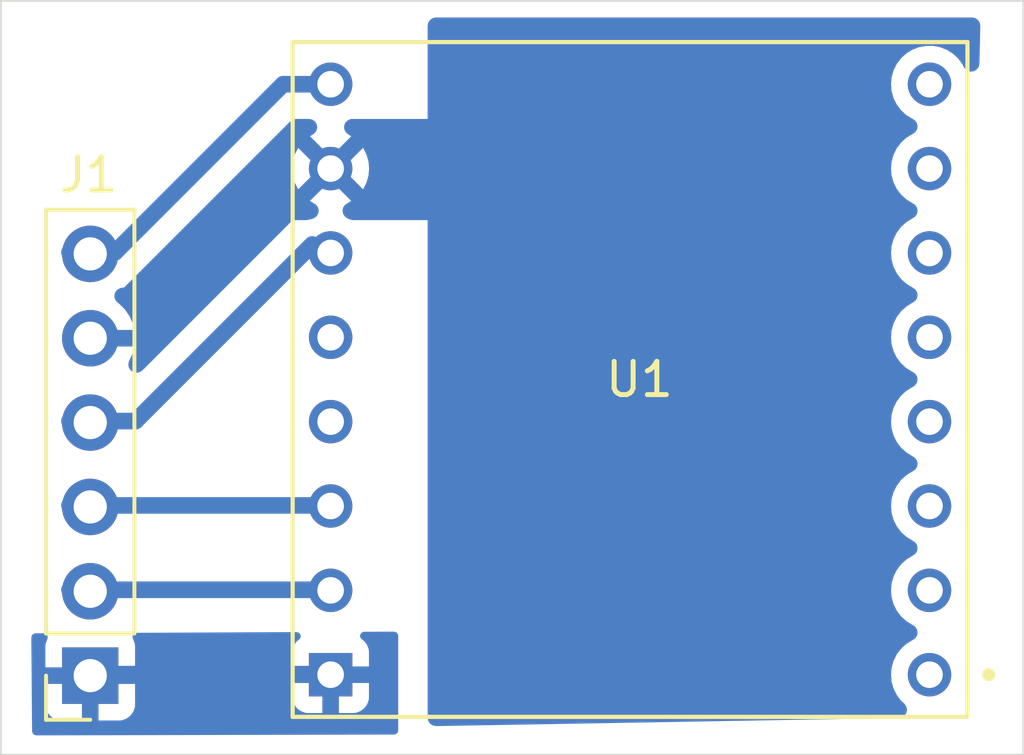
<source format=kicad_pcb>
(kicad_pcb (version 20240108) (generator "pcbnew") (generator_version "8.0")
  (layers (0 "F.Cu" signal) (31 "B.Cu" signal) (34 "B.Paste" user) (35 "F.Paste" user) (36 "B.SilkS" user "B.Silkscreen") (37 "F.SilkS" user "F.Silkscreen") (38 "B.Mask" user) (39 "F.Mask" user) (44 "Edge.Cuts" user))
  (net 0 "")
  (net 1 "Net-(EYESPI_18IN_BREAKOUT_BOARD1-Gnd)")
  (net 2 "Net-(J1-Pin_6)")
  (net 3 "Net-(J1-Pin_4)")
  (net 4 "Net-(J1-Pin_1)")
  (net 5 "Net-(J1-Pin_3)")
  (net 6 "Net-(J1-Pin_2)")
  (footprint "Connector_PinSocket_2.54mm:PinSocket_1x06_P2.54mm_Vertical" (layer "F.Cu") (at 162.051998 74.168 180)
    (property "Reference" "J1" (at 0.05 15.08 0) (layer "F.SilkS"))
    (property "Value" "Conn_01x06_Socket" (hide yes))
    (fp_line (start 1.33 1.27) (end 1.33 14.03) (stroke (width 0.12)) (layer "F.SilkS"))
    (fp_line (start 1.33 -1.33) (end 1.33 0) (stroke (width 0.12)) (layer "F.SilkS"))
    (fp_line (start 0 -1.33) (end 1.33 -1.33) (stroke (width 0.12)) (layer "F.SilkS"))
    (fp_line (start -1.33 14.03) (end 1.33 14.03) (stroke (width 0.12)) (layer "F.SilkS"))
    (fp_line (start -1.33 1.27) (end 1.33 1.27) (stroke (width 0.12)) (layer "F.SilkS"))
    (fp_line (start -1.33 1.27) (end -1.33 14.03) (stroke (width 0.12)) (layer "F.SilkS"))
    (pad "1" thru_hole rect (at 0 0 180) (size 1.7 1.7) (drill 1) (layers "*.Cu" "*.Mask") (net 4 "Net-(J1-Pin_1)"))
    (pad "2" thru_hole oval (at 0 2.54 180) (size 1.7 1.7) (drill 1) (layers "*.Cu" "*.Mask") (net 6 "Net-(J1-Pin_2)"))
    (pad "3" thru_hole oval (at 0 5.08 180) (size 1.7 1.7) (drill 1) (layers "*.Cu" "*.Mask") (net 5 "Net-(J1-Pin_3)"))
    (pad "4" thru_hole oval (at 0 7.62 180) (size 1.7 1.7) (drill 1) (layers "*.Cu" "*.Mask") (net 3 "Net-(J1-Pin_4)"))
    (pad "5" thru_hole oval (at 0 10.16 180) (size 1.7 1.7) (drill 1) (layers "*.Cu" "*.Mask") (net 1 "Net-(EYESPI_18IN_BREAKOUT_BOARD1-Gnd)"))
    (pad "6" thru_hole oval (at 0 12.7 180) (size 1.7 1.7) (drill 1) (layers "*.Cu" "*.Mask") (net 2 "Net-(J1-Pin_6)"))
  )
  (footprint "DFR0299:DFR0299" (layer "F.Cu") (at 178.307998 65.25 180)
    (property "Reference" "U1" (at -0.2825 0 0) (layer "F.SilkS"))
    (property "Value" "DFR0299" (hide yes))
    (fp_line (start 10.16 10.16) (end -10.16 10.16) (stroke (width 0.127)) (layer "F.SilkS"))
    (fp_line (start 10.16 -10.16) (end 10.16 10.16) (stroke (width 0.127)) (layer "F.SilkS"))
    (fp_line (start -10.16 10.16) (end -10.16 -10.16) (stroke (width 0.127)) (layer "F.SilkS"))
    (fp_line (start -10.16 -10.16) (end 10.16 -10.16) (stroke (width 0.127)) (layer "F.SilkS"))
    (fp_circle (center -10.8 -8.89) (end -10.7 -8.89) (stroke (width 0.2)) (fill none) (layer "F.SilkS"))
    (pad "1" thru_hole rect (at 9.017 -8.89 180) (size 1.308 1.308) (drill 0.8) (layers "*.Cu" "*.Mask") (net 4 "Net-(J1-Pin_1)"))
    (pad "2" thru_hole circle (at 9.017 -6.35 180) (size 1.308 1.308) (drill 0.8) (layers "*.Cu" "*.Mask") (net 6 "Net-(J1-Pin_2)"))
    (pad "3" thru_hole circle (at 9.017 -3.81 180) (size 1.308 1.308) (drill 0.8) (layers "*.Cu" "*.Mask") (net 5 "Net-(J1-Pin_3)"))
    (pad "4" thru_hole circle (at 9.017 -1.27 180) (size 1.308 1.308) (drill 0.8) (layers "*.Cu" "*.Mask"))
    (pad "5" thru_hole circle (at 9.017 1.27 180) (size 1.308 1.308) (drill 0.8) (layers "*.Cu" "*.Mask"))
    (pad "6" thru_hole circle (at 9.017 3.81 180) (size 1.308 1.308) (drill 0.8) (layers "*.Cu" "*.Mask") (net 3 "Net-(J1-Pin_4)"))
    (pad "7" thru_hole circle (at 9.017 6.35 180) (size 1.308 1.308) (drill 0.8) (layers "*.Cu" "*.Mask") (net 1 "Net-(EYESPI_18IN_BREAKOUT_BOARD1-Gnd)"))
    (pad "8" thru_hole circle (at 9.017 8.89 180) (size 1.308 1.308) (drill 0.8) (layers "*.Cu" "*.Mask") (net 2 "Net-(J1-Pin_6)"))
    (pad "9" thru_hole circle (at -9.017 8.89 180) (size 1.308 1.308) (drill 0.8) (layers "*.Cu" "*.Mask"))
    (pad "10" thru_hole circle (at -9.017 6.35 180) (size 1.308 1.308) (drill 0.8) (layers "*.Cu" "*.Mask"))
    (pad "11" thru_hole circle (at -9.017 3.81 180) (size 1.308 1.308) (drill 0.8) (layers "*.Cu" "*.Mask"))
    (pad "12" thru_hole circle (at -9.017 1.27 180) (size 1.308 1.308) (drill 0.8) (layers "*.Cu" "*.Mask"))
    (pad "13" thru_hole circle (at -9.017 -1.27 180) (size 1.308 1.308) (drill 0.8) (layers "*.Cu" "*.Mask"))
    (pad "14" thru_hole circle (at -9.017 -3.81 180) (size 1.308 1.308) (drill 0.8) (layers "*.Cu" "*.Mask"))
    (pad "15" thru_hole circle (at -9.017 -6.35 180) (size 1.308 1.308) (drill 0.8) (layers "*.Cu" "*.Mask"))
    (pad "16" thru_hole circle (at -9.017 -8.89 180) (size 1.308 1.308) (drill 0.8) (layers "*.Cu" "*.Mask"))
  )
  (gr_rect (start 159.359998 53.848) (end 190.149998 76.55) (stroke (width 0.05)) (fill none) (layer "Edge.Cuts"))
  (segment (start 161.426998 61.423) (end 162.796998 61.423) (width 0.5) (layer "B.Cu") (net 2))
  (segment (start 167.859998 56.36) (end 169.290998 56.36) (width 0.5) (layer "B.Cu") (net 2))
  (segment (start 162.796998 61.423) (end 167.859998 56.36) (width 0.5) (layer "B.Cu") (net 2))
  (segment (start 161.426998 66.503) (end 163.416998 66.503) (width 0.5) (layer "B.Cu") (net 3))
  (segment (start 163.416998 66.503) (end 168.736998 61.183) (width 0.5) (layer "B.Cu") (net 3))
  (segment (start 161.426998 74.123) (end 168.769998 74.123) (width 0.5) (layer "B.Cu") (net 4))
  (segment (start 161.426998 69.043) (end 168.769998 69.043) (width 0.5) (layer "B.Cu") (net 5))
  (segment (start 161.426998 71.583) (end 168.769998 71.583) (width 0.5) (layer "B.Cu") (net 6))
  (zone (net 1) (net_name "Net-(EYESPI_18IN_BREAKOUT_BOARD1-Gnd)") (layer "B.Cu") (priority 1) (connect_pads (clearance 0.5)) (min_thickness 0.5) (fill yes (thermal_gap 0.5) (thermal_bridge_width 0.5))
    (polygon (pts (xy 160.369998 53.95) (xy 188.869998 53.95) (xy 188.379998 75.41) (xy 172.211998 75.692) (xy 172.211998 60.452) (xy 168.147998 60.452) (xy 163.067998 65.532) (xy 160.527998 65.532) (xy 160.528 62.484) (xy 163.068 62.484) (xy 168.148 57.404) (xy 172.211998 57.404) (xy 172.211998 53.848)))
  )
  (zone (net 4) (net_name "Net-(J1-Pin_1)") (layer "B.Cu") (connect_pads (clearance 0.5)) (min_thickness 0.25) (fill yes (thermal_gap 0.5) (thermal_bridge_width 0.5))
    (polygon (pts (xy 160.276998 72.893) (xy 160.301998 75.968) (xy 171.326998 75.943) (xy 171.326998 72.843)))
  )
)
</source>
